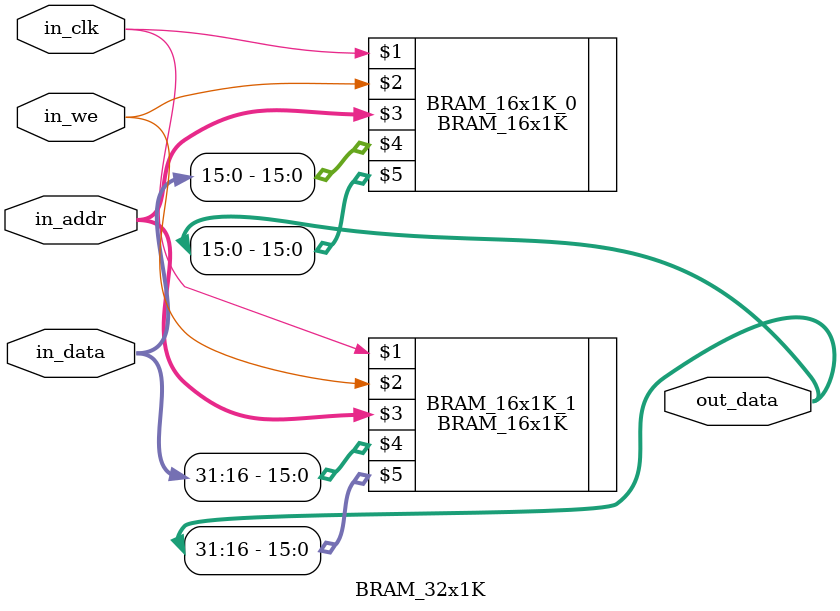
<source format=v>
module BRAM_32x1K(in_clk, in_we, in_addr, in_data, out_data);
    
	input wire in_clk, in_we;
    input wire [9:0] in_addr;
	input wire [31:0] in_data;
    output wire [31:0] out_data;

	BRAM_16x1K BRAM_16x1K_1(in_clk, in_we, in_addr, in_data[31:16], out_data[31:16]);
	BRAM_16x1K BRAM_16x1K_0(in_clk, in_we, in_addr, in_data[15:0], out_data[15:0]);
	
endmodule

</source>
